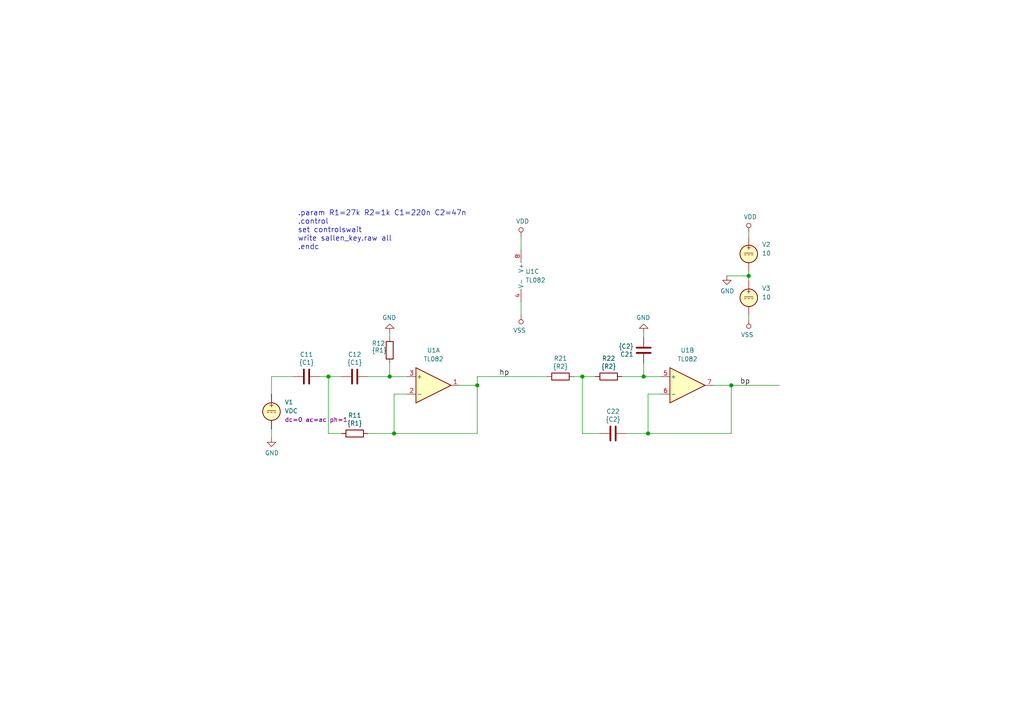
<source format=kicad_sch>
(kicad_sch (version 20250114) (generator "eeschema") (generator_version "9.0")
  (paper "A4")
  (lib_symbols
    (symbol "Amplifier_Operational:TL082" (pin_names (offset 0.127))
      (property "Reference" "U" (at 0 5.08 0))
      (property "Value" "TL082" (at 0 -5.08 0))
      (symbol "TL082_1_1"
        (polyline (pts (xy -5.08 5.08) (xy 5.08 0) (xy -5.08 -5.08) (xy -5.08 5.08)) (stroke (width 0.254)) (fill (type background)))
        (pin input line (at -7.62 2.54 0) (length 2.54) (name "+") (number "3"))
        (pin input line (at -7.62 -2.54 0) (length 2.54) (name "-") (number "2"))
        (pin output line (at 7.62 0 180) (length 2.54) (name "~") (number "1"))
      )
      (symbol "TL082_2_1"
        (polyline (pts (xy -5.08 5.08) (xy 5.08 0) (xy -5.08 -5.08) (xy -5.08 5.08)) (stroke (width 0.254)) (fill (type background)))
        (pin input line (at -7.62 2.54 0) (length 2.54) (name "+") (number "5"))
        (pin input line (at -7.62 -2.54 0) (length 2.54) (name "-") (number "6"))
        (pin output line (at 7.62 0 180) (length 2.54) (name "~") (number "7"))
      )
      (symbol "TL082_3_1"
        (pin power_in line (at -2.54 7.62 270) (length 3.81) (name "V+") (number "8"))
        (pin power_in line (at -2.54 -7.62 90) (length 3.81) (name "V-") (number "4"))
      )
    )
    (symbol "Simulation_SPICE:VDC" (pin_numbers (hide yes)) (pin_names (offset 0.0254))
      (property "Reference" "V" (at 2.54 2.54 0))
      (property "Value" "1" (at 2.54 0 0))
      (symbol "VDC_0_0"
        (polyline (pts (xy -1.27 0.254) (xy 1.27 0.254)))
        (polyline (pts (xy -0.762 -0.254) (xy -1.27 -0.254)))
        (polyline (pts (xy 0.254 -0.254) (xy -0.254 -0.254)))
        (polyline (pts (xy 1.27 -0.254) (xy 0.762 -0.254)))
        (text "+" (at 0 1.905 0) (effects (font (size 1.27 1.27))))
      )
      (symbol "VDC_0_1"
        (circle (center 0 0) (radius 2.54) (stroke (width 0.254)) (fill (type background)))
      )
      (symbol "VDC_1_1"
        (pin passive line (at 0 5.08 270) (length 2.54) (name "~") (number "1"))
        (pin passive line (at 0 -5.08 90) (length 2.54) (name "~") (number "2"))
      )
    )
    (symbol "sallen_key_schlib:C" (pin_numbers (hide yes)) (pin_names (offset 0.254))
      (property "Reference" "C" (at 0.635 2.54 0))
      (property "Value" "C" (at 0.635 -2.54 0))
      (symbol "C_0_1"
        (polyline (pts (xy -2.032 0.762) (xy 2.032 0.762)) (stroke (width 0.508)))
        (polyline (pts (xy -2.032 -0.762) (xy 2.032 -0.762)) (stroke (width 0.508)))
      )
      (symbol "C_1_1"
        (pin passive line (at 0 3.81 270) (length 2.794) (name "~") (number "1"))
        (pin passive line (at 0 -3.81 90) (length 2.794) (name "~") (number "2"))
      )
    )
    (symbol "sallen_key_schlib:GND" (power) (pin_names (offset 0))
      (property "Value" "GND" (at 0 -3.81 0))
      (symbol "GND_0_1"
        (polyline (pts (xy 0 0) (xy 0 -1.27) (xy 1.27 -1.27) (xy 0 -2.54) (xy -1.27 -1.27) (xy 0 -1.27)))
      )
      (symbol "GND_1_1"
        (pin power_in line (at 0 0 270) (length 0) (hide yes) (name "GND") (number "1"))
      )
    )
    (symbol "sallen_key_schlib:R" (pin_numbers (hide yes)) (pin_names (offset 0))
      (property "Reference" "R" (at 2.032 0 90))
      (property "Value" "R" (at 0 0 90))
      (symbol "R_0_1"
        (rectangle (start -1.016 -2.54) (end 1.016 2.54) (stroke (width 0.254)))
      )
      (symbol "R_1_1"
        (pin passive line (at 0 3.81 270) (length 1.27) (name "~") (number "1"))
        (pin passive line (at 0 -3.81 90) (length 1.27) (name "~") (number "2"))
      )
    )
    (symbol "sallen_key_schlib:VDD" (power) (pin_names (offset 0))
      (property "Value" "VDD" (at 0 3.81 0))
      (symbol "VDD_0_1"
        (circle (center 0 1.905) (radius 0.635))
        (polyline (pts (xy 0 0) (xy 0 1.27)))
      )
      (symbol "VDD_1_1"
        (pin power_in line (at 0 0 90) (length 0) (hide yes) (name "VDD") (number "1"))
      )
    )
    (symbol "sallen_key_schlib:VSS" (power) (pin_names (offset 0))
      (property "Value" "VSS" (at 0 3.81 0))
      (symbol "VSS_0_1"
        (circle (center 0 1.905) (radius 0.635))
        (polyline (pts (xy 0 0) (xy 0 1.27)))
      )
      (symbol "VSS_1_1"
        (pin power_in line (at 0 0 90) (length 0) (hide yes) (name "VSS") (number "1"))
      )
    )
  )
  (text ".param R1=27k R2=1k C1=220n C2=47n \n.control\nset controlswait\nwrite sallen_key.raw all\n.endc" (at 86.36 66.802 0) (effects (font (size 1.524 1.524)) (justify left)))
  (junction (at 187.96 125.73) (diameter 1.016))
  (junction (at 212.09 111.76) (diameter 1.016))
  (junction (at 113.03 109.22) (diameter 1.016))
  (junction (at 186.69 109.22) (diameter 1.016))
  (junction (at 168.91 109.22) (diameter 1.016))
  (junction (at 138.43 111.76) (diameter 1.016))
  (junction (at 114.3 125.73) (diameter 1.016))
  (junction (at 95.25 109.22) (diameter 1.016))
  (junction (at 217.17 80.01) (diameter 1.016))
  (wire (pts (xy 106.68 125.73) (xy 114.3 125.73)))
  (wire (pts (xy 92.71 109.22) (xy 95.25 109.22)))
  (wire (pts (xy 217.17 80.01) (xy 217.17 81.28)))
  (wire (pts (xy 168.91 109.22) (xy 172.72 109.22)))
  (wire (pts (xy 138.43 111.76) (xy 138.43 109.22)))
  (wire (pts (xy 187.96 125.73) (xy 187.96 114.3)))
  (wire (pts (xy 217.17 78.74) (xy 217.17 80.01)))
  (wire (pts (xy 217.17 80.01) (xy 210.82 80.01)))
  (wire (pts (xy 113.03 109.22) (xy 106.68 109.22)))
  (wire (pts (xy 212.09 111.76) (xy 226.06 111.76)))
  (wire (pts (xy 217.17 92.71) (xy 217.17 91.44)))
  (wire (pts (xy 187.96 125.73) (xy 181.61 125.73)))
  (wire (pts (xy 217.17 67.31) (xy 217.17 68.58)))
  (wire (pts (xy 151.13 68.58) (xy 151.13 72.39)))
  (wire (pts (xy 151.13 87.63) (xy 151.13 91.44)))
  (wire (pts (xy 186.69 96.52) (xy 186.69 97.79)))
  (wire (pts (xy 95.25 125.73) (xy 99.06 125.73)))
  (wire (pts (xy 166.37 109.22) (xy 168.91 109.22)))
  (wire (pts (xy 113.03 96.52) (xy 113.03 97.79)))
  (wire (pts (xy 114.3 125.73) (xy 138.43 125.73)))
  (wire (pts (xy 168.91 125.73) (xy 173.99 125.73)))
  (wire (pts (xy 187.96 114.3) (xy 191.77 114.3)))
  (wire (pts (xy 186.69 105.41) (xy 186.69 109.22)))
  (wire (pts (xy 113.03 109.22) (xy 118.11 109.22)))
  (wire (pts (xy 113.03 105.41) (xy 113.03 109.22)))
  (wire (pts (xy 99.06 109.22) (xy 95.25 109.22)))
  (wire (pts (xy 207.01 111.76) (xy 212.09 111.76)))
  (wire (pts (xy 186.69 109.22) (xy 191.77 109.22)))
  (wire (pts (xy 133.35 111.76) (xy 138.43 111.76)))
  (wire (pts (xy 212.09 125.73) (xy 212.09 111.76)))
  (wire (pts (xy 78.74 124.46) (xy 78.74 127)))
  (wire (pts (xy 95.25 125.73) (xy 95.25 109.22)))
  (wire (pts (xy 180.34 109.22) (xy 186.69 109.22)))
  (wire (pts (xy 85.09 109.22) (xy 78.74 109.22)))
  (wire (pts (xy 138.43 125.73) (xy 138.43 111.76)))
  (wire (pts (xy 114.3 125.73) (xy 114.3 114.3)))
  (wire (pts (xy 212.09 125.73) (xy 187.96 125.73)))
  (wire (pts (xy 168.91 109.22) (xy 168.91 125.73)))
  (wire (pts (xy 138.43 109.22) (xy 158.75 109.22)))
  (wire (pts (xy 78.74 109.22) (xy 78.74 114.3)))
  (wire (pts (xy 114.3 114.3) (xy 118.11 114.3)))
  (label "bp" (at 214.63 111.76 0) (effects (font (size 1.524 1.524))))
  (label "hp" (at 144.78 109.22 0) (effects (font (size 1.524 1.524))))
  (symbol (lib_id "sallen_key_schlib:GND") (at 210.82 80.01 0) (unit 1)
    (property "Reference" "#PWR05" (effects (hide yes)))
    (property "Value" "GND" (at 210.947 84.4042 0))
  )
  (symbol (lib_id "sallen_key_schlib:VDD") (at 217.17 67.31 0) (unit 1)
    (property "Reference" "#PWR06" (effects (hide yes)))
    (property "Value" "VDD" (at 217.6018 62.9158 0))
  )
  (symbol (lib_id "sallen_key_schlib:VSS") (at 217.17 92.71 180) (unit 1)
    (property "Reference" "#PWR07" (effects (hide yes)))
    (property "Value" "VSS" (at 216.7128 97.1042 0))
  )
  (symbol (lib_id "sallen_key_schlib:VDD") (at 151.13 68.58 0) (unit 1)
    (property "Reference" "#PWR03" (effects (hide yes)))
    (property "Value" "VDD" (at 151.5618 64.1858 0))
  )
  (symbol (lib_id "sallen_key_schlib:VSS") (at 151.13 91.44 180) (unit 1)
    (property "Reference" "#PWR04" (effects (hide yes)))
    (property "Value" "VSS" (at 150.6728 95.8342 0))
  )
  (symbol (lib_id "sallen_key_schlib:R") (at 176.53 109.22 270) (unit 1)
    (property "Reference" "R22" (at 176.53 103.9622 90))
    (property "Value" "{R2}" (at 176.53 106.2736 90))
    (property "Fieldname" "Value" (effects (hide yes)))
    (property "SpiceMapping" "1 2" (effects (hide yes)))
  )
  (symbol (lib_id "sallen_key_schlib:R") (at 162.56 109.22 270) (unit 1)
    (property "Reference" "R21" (at 162.56 103.9622 90))
    (property "Value" "{R2}" (at 162.56 106.2736 90))
    (property "Fieldname" "Value" (effects (hide yes)))
    (property "SpiceMapping" "1 2" (effects (hide yes)))
  )
  (symbol (lib_id "sallen_key_schlib:C") (at 177.8 125.73 270) (unit 1)
    (property "Reference" "C22" (at 177.8 119.3292 90))
    (property "Value" "{C2}" (at 177.8 121.6406 90))
  )
  (symbol (lib_id "sallen_key_schlib:C") (at 186.69 101.6 180) (unit 1)
    (property "Reference" "C21" (at 183.769 102.7684 0) (effects (justify left)))
    (property "Value" "{C2}" (at 183.769 100.457 0) (effects (justify left)))
    (property "Fieldname" "Value" (effects (hide yes)))
    (property "SpiceMapping" "1 2" (effects (hide yes)))
  )
  (symbol (lib_id "sallen_key_schlib:GND") (at 186.69 96.52 180) (unit 1)
    (property "Reference" "#PWR02" (effects (hide yes)))
    (property "Value" "GND" (at 186.563 92.1258 0))
  )
  (symbol (lib_id "sallen_key_schlib:R") (at 102.87 125.73 270) (unit 1)
    (property "Reference" "R11" (at 102.87 120.4722 90))
    (property "Value" "{R1}" (at 102.87 122.7836 90))
    (property "Fieldname" "Value" (effects (hide yes)))
    (property "SpiceMapping" "1 2" (effects (hide yes)))
  )
  (symbol (lib_id "sallen_key_schlib:R") (at 113.03 101.6 0) (unit 1)
    (property "Reference" "R12" (at 109.7788 99.5934 0))
    (property "Value" "{R1}" (at 110.0074 101.6 0))
    (property "Fieldname" "Value" (effects (hide yes)))
    (property "SpiceMapping" "1 2" (effects (hide yes)))
  )
  (symbol (lib_id "sallen_key_schlib:C") (at 102.87 109.22 270) (unit 1)
    (property "Reference" "C12" (at 102.87 102.8192 90))
    (property "Value" "{C1}" (at 102.87 105.1306 90))
  )
  (symbol (lib_id "sallen_key_schlib:GND") (at 113.03 96.52 180) (unit 1)
    (property "Reference" "#PWR0101" (effects (hide yes)))
    (property "Value" "GND" (at 112.903 92.1258 0))
  )
  (symbol (lib_id "sallen_key_schlib:GND") (at 78.74 127 0) (unit 1)
    (property "Reference" "#PWR0102" (effects (hide yes)))
    (property "Value" "GND" (at 78.867 131.3942 0))
  )
  (symbol (lib_id "sallen_key_schlib:C") (at 88.9 109.22 270) (unit 1)
    (property "Reference" "C11" (at 88.9 102.8192 90))
    (property "Value" "{C1}" (at 88.9 105.1306 90))
  )
  (symbol (lib_id "Simulation_SPICE:VDC") (at 217.17 86.36 0) (unit 1)
    (property "Reference" "V3" (at 220.98 83.6301 0) (effects (justify left)))
    (property "Value" "10" (at 220.98 86.1701 0) (effects (justify left)))
    (property "Datasheet" "https://ngspice.sourceforge.io/docs/ngspice-html-manual/manual.xhtml#sec_Independent_Sources_for" (effects (hide yes)))
    (property "Description" "Voltage source, DC" (effects (hide yes)))
    (property "Sim.Device" "V" (effects (hide yes)))
    (property "Sim.Type" "DC" (effects (hide yes)))
    (property "Sim.Pins" "1=+ 2=-" (effects (hide yes)))
  )
  (symbol (lib_id "Amplifier_Operational:TL082") (at 125.73 111.76 0) (unit 1)
    (property "Reference" "U1" (at 125.73 101.6 0))
    (property "Value" "TL082" (at 125.73 104.14 0))
    (property "Datasheet" "http://www.ti.com/lit/ds/symlink/tl081.pdf" (effects (hide yes)))
    (property "Description" "Dual JFET-Input Operational Amplifiers, DIP-8/SOIC-8/SSOP-8" (effects (hide yes)))
    (property "Sim.Library" "TL082-dual.lib" (effects (hide yes)))
    (property "Sim.Name" "TL082-DUAL" (effects (hide yes)))
    (property "Sim.Device" "SUBCKT" (effects (hide yes)))
    (property "Sim.Pins" "1=1out 2=1in- 3=1in+ 4=vcc- 5=2in+ 6=2in- 7=2out 8=vcc+" (effects (hide yes)))
  )
  (symbol (lib_id "Simulation_SPICE:VDC") (at 78.74 119.38 0) (unit 1)
    (property "Reference" "V1" (at 82.55 116.6501 0) (effects (justify left)))
    (property "Value" "VDC" (at 82.55 119.1901 0) (effects (justify left)))
    (property "Datasheet" "https://ngspice.sourceforge.io/docs/ngspice-html-manual/manual.xhtml#sec_Independent_Sources_for" (effects (hide yes)))
    (property "Description" "Voltage source, DC" (effects (hide yes)))
    (property "Sim.Device" "V" (effects (hide yes)))
    (property "Sim.Type" "DC" (effects (hide yes)))
    (property "Sim.Params" "dc=0 ac=ac ph=1" (at 82.55 121.7301 0) (effects (justify left)))
    (property "Sim.Pins" "1=+ 2=-" (effects (hide yes)))
  )
  (symbol (lib_id "Simulation_SPICE:VDC") (at 217.17 73.66 0) (unit 1)
    (property "Reference" "V2" (at 220.98 70.9301 0) (effects (justify left)))
    (property "Value" "10" (at 220.98 73.4701 0) (effects (justify left)))
    (property "Datasheet" "https://ngspice.sourceforge.io/docs/ngspice-html-manual/manual.xhtml#sec_Independent_Sources_for" (effects (hide yes)))
    (property "Description" "Voltage source, DC" (effects (hide yes)))
    (property "Sim.Device" "V" (effects (hide yes)))
    (property "Sim.Type" "DC" (effects (hide yes)))
    (property "Sim.Pins" "1=+ 2=-" (effects (hide yes)))
  )
  (symbol (lib_id "Amplifier_Operational:TL082") (at 199.39 111.76 0) (unit 2)
    (property "Reference" "U1" (at 199.39 101.6 0))
    (property "Value" "TL082" (at 199.39 104.14 0))
    (property "Datasheet" "http://www.ti.com/lit/ds/symlink/tl081.pdf" (effects (hide yes)))
    (property "Description" "Dual JFET-Input Operational Amplifiers, DIP-8/SOIC-8/SSOP-8" (effects (hide yes)))
    (property "Sim.Library" "TL082-dual.lib" (effects (hide yes)))
    (property "Sim.Name" "TL082-DUAL" (effects (hide yes)))
    (property "Sim.Device" "SUBCKT" (effects (hide yes)))
    (property "Sim.Pins" "1=1out 2=1in- 3=1in+ 4=vcc- 5=2in+ 6=2in- 7=2out 8=vcc+" (effects (hide yes)))
  )
  (symbol (lib_id "Amplifier_Operational:TL082") (at 153.67 80.01 0) (unit 3)
    (property "Reference" "U1" (at 152.4 78.7399 0) (effects (justify left)))
    (property "Value" "TL082" (at 152.4 81.2799 0) (effects (justify left)))
    (property "Datasheet" "http://www.ti.com/lit/ds/symlink/tl081.pdf" (effects (hide yes)))
    (property "Description" "Dual JFET-Input Operational Amplifiers, DIP-8/SOIC-8/SSOP-8" (effects (hide yes)))
    (property "Sim.Library" "TL082-dual.lib" (effects (hide yes)))
    (property "Sim.Name" "TL082-DUAL" (effects (hide yes)))
    (property "Sim.Device" "SUBCKT" (effects (hide yes)))
    (property "Sim.Pins" "1=1out 2=1in- 3=1in+ 4=vcc- 5=2in+ 6=2in- 7=2out 8=vcc+" (effects (hide yes)))
  )
)
</source>
